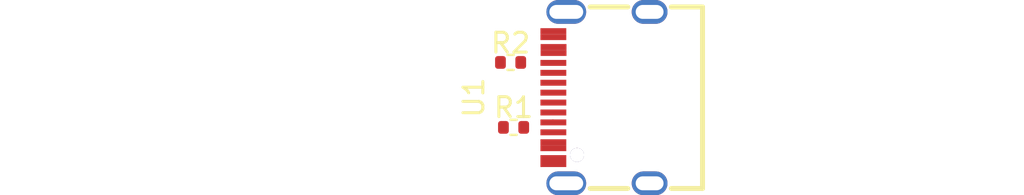
<source format=kicad_pcb>
(kicad_pcb (version 20240108) (generator "pcbnew") (generator_version "8.0")
  (layers (0 "F.Cu" signal) (31 "B.Cu" signal) (34 "B.Paste" user) (35 "F.Paste" user) (36 "B.SilkS" user "B.Silkscreen") (37 "F.SilkS" user "F.Silkscreen") (38 "B.Mask" user) (39 "F.Mask" user) (44 "Edge.Cuts" user))
  (net 0 "")
  (net 1 "sub2")
  (net 2 "cc1")
  (net 3 "vcc")
  (net 4 "gnd")
  (net 5 "dm")
  (net 6 "dp")
  (net 7 "cc2")
  (net 8 "sub1")
  (footprint "lib:USB-C-SMD_KH-TYPE-C-16P" (layer "F.Cu") (at 74.36579 119.898441 90)
    (property "Reference" "U1" (at 0 -6.42 90) (layer "F.SilkS"))
    (property "Value" "")
    (fp_line (start -4.58 -0.57) (end -4.58 1.32) (stroke (width 0.25)) (layer "F.SilkS"))
    (fp_line (start 4.57 1.32) (end 4.57 -0.57) (stroke (width 0.25)) (layer "F.SilkS"))
    (fp_line (start -4.58 3.51) (end -4.58 5.08) (stroke (width 0.25)) (layer "F.SilkS"))
    (fp_line (start 4.57 5.08) (end 4.57 3.51) (stroke (width 0.25)) (layer "F.SilkS"))
    (fp_line (start -4.58 5.08) (end 4.57 5.08) (stroke (width 0.25)) (layer "F.SilkS"))
    (pad "" thru_hole circle (at -2.89 -1.23 90) (size 0.7 0.7) (drill 0.7) (layers "*.Cu" "*.Mask"))
    (pad "" thru_hole circle (at -2.89 -1.23 90) (size 0.7 0.7) (drill 0.7) (layers "*.Cu" "*.Mask"))
    (pad "1" thru_hole oval (at -4.32 -1.77 90) (size 1.2 2) (drill oval 0.700024 1.699997) (layers "*.Cu" "*.Mask") (net 4 "gnd"))
    (pad "2" thru_hole oval (at 4.32 -1.77 90) (size 1.2 2) (drill oval 0.700024 1.699997) (layers "*.Cu" "*.Mask") (net 4 "gnd"))
    (pad "3" thru_hole oval (at -4.32 2.42 90) (size 1.2 1.8) (drill oval 0.700024 1.399997) (layers "*.Cu" "*.Mask") (net 4 "gnd"))
    (pad "4" thru_hole oval (at 4.32 2.42 90) (size 1.2 1.8) (drill oval 0.700024 1.399997) (layers "*.Cu" "*.Mask") (net 4 "gnd"))
    (pad "A1" smd rect (at -3.35 -2.42 90) (size 0.3 1.3) (layers "F.Cu" "F.Paste" "F.Mask") (net 4 "gnd"))
    (pad "A4" smd rect (at -2.55 -2.42 90) (size 0.3 1.3) (layers "F.Cu" "F.Paste" "F.Mask") (net 3 "vcc"))
    (pad "A5" smd rect (at -1.25 -2.42 90) (size 0.3 1.3) (layers "F.Cu" "F.Paste" "F.Mask") (net 2 "cc1"))
    (pad "A6" smd rect (at -0.25 -2.42 90) (size 0.3 1.3) (layers "F.Cu" "F.Paste" "F.Mask") (net 6 "dp"))
    (pad "A7" smd rect (at 0.25 -2.42 90) (size 0.3 1.3) (layers "F.Cu" "F.Paste" "F.Mask") (net 5 "dm"))
    (pad "A8" smd rect (at 1.25 -2.42 90) (size 0.3 1.3) (layers "F.Cu" "F.Paste" "F.Mask") (net 8 "sub1"))
    (pad "A9" smd rect (at 2.55 -2.41 90) (size 0.3 1.3) (layers "F.Cu" "F.Paste" "F.Mask") (net 3 "vcc"))
    (pad "A12" smd rect (at 3.35 -2.42 90) (size 0.3 1.3) (layers "F.Cu" "F.Paste" "F.Mask") (net 4 "gnd"))
    (pad "B1" smd rect (at 3.05 -2.42 90) (size 0.3 1.3) (layers "F.Cu" "F.Paste" "F.Mask") (net 4 "gnd"))
    (pad "B4" smd rect (at 2.25 -2.41 90) (size 0.3 1.3) (layers "F.Cu" "F.Paste" "F.Mask") (net 3 "vcc"))
    (pad "B5" smd rect (at 1.75 -2.42 90) (size 0.3 1.3) (layers "F.Cu" "F.Paste" "F.Mask") (net 7 "cc2"))
    (pad "B6" smd rect (at 0.75 -2.42 90) (size 0.3 1.3) (layers "F.Cu" "F.Paste" "F.Mask") (net 6 "dp"))
    (pad "B7" smd rect (at -0.75 -2.42 90) (size 0.3 1.3) (layers "F.Cu" "F.Paste" "F.Mask") (net 5 "dm"))
    (pad "B8" smd rect (at -1.75 -2.42 90) (size 0.3 1.3) (layers "F.Cu" "F.Paste" "F.Mask") (net 1 "sub2"))
    (pad "B9" smd rect (at -2.25 -2.42 90) (size 0.3 1.3) (layers "F.Cu" "F.Paste" "F.Mask") (net 3 "vcc"))
    (pad "B12" smd rect (at -3.05 -2.42 90) (size 0.3 1.3) (layers "F.Cu" "F.Paste" "F.Mask") (net 4 "gnd"))
  )
  (footprint "lib:R0402" (layer "F.Cu") (at 69.94579 121.398441 180)
    (property "Reference" "R1" (at 0 1 360) (layer "F.SilkS"))
    (property "Value" "Chip Resistor - Surface Mount 4.7KOhms ±5% 1/16W 0402 RoHS")
    (fp_line (start -0.153641 0.38) (end 0.153641 0.38) (stroke (width 0.12)) (layer "F.SilkS"))
    (fp_line (start -0.153641 -0.38) (end 0.153641 -0.38) (stroke (width 0.12)) (layer "F.SilkS"))
    (pad "1" smd roundrect (at -0.51 0 180) (size 0.54 0.64) (layers "F.Cu" "F.Paste" "F.Mask") (net 2 "cc1"))
    (pad "2" smd roundrect (at 0.51 0 180) (size 0.54 0.64) (layers "F.Cu" "F.Paste" "F.Mask") (net 4 "gnd"))
  )
  (footprint "lib:R0402" (layer "F.Cu") (at 69.79622 118.124846 180)
    (property "Reference" "R2" (at 0 0.976405 360) (layer "F.SilkS"))
    (property "Value" "Chip Resistor - Surface Mount 4.7KOhms ±5% 1/16W 0402 RoHS")
    (fp_line (start -0.153641 0.38) (end 0.153641 0.38) (stroke (width 0.12)) (layer "F.SilkS"))
    (fp_line (start -0.153641 -0.38) (end 0.153641 -0.38) (stroke (width 0.12)) (layer "F.SilkS"))
    (pad "1" smd roundrect (at -0.51 0 180) (size 0.54 0.64) (layers "F.Cu" "F.Paste" "F.Mask") (net 7 "cc2"))
    (pad "2" smd roundrect (at 0.51 0 180) (size 0.54 0.64) (layers "F.Cu" "F.Paste" "F.Mask") (net 4 "gnd"))
  )
  (segment (start 71.922841 121.125492) (end 71.94579 121.148441) (width 0.25) (layer "F.Cu") (net 2))
)
</source>
